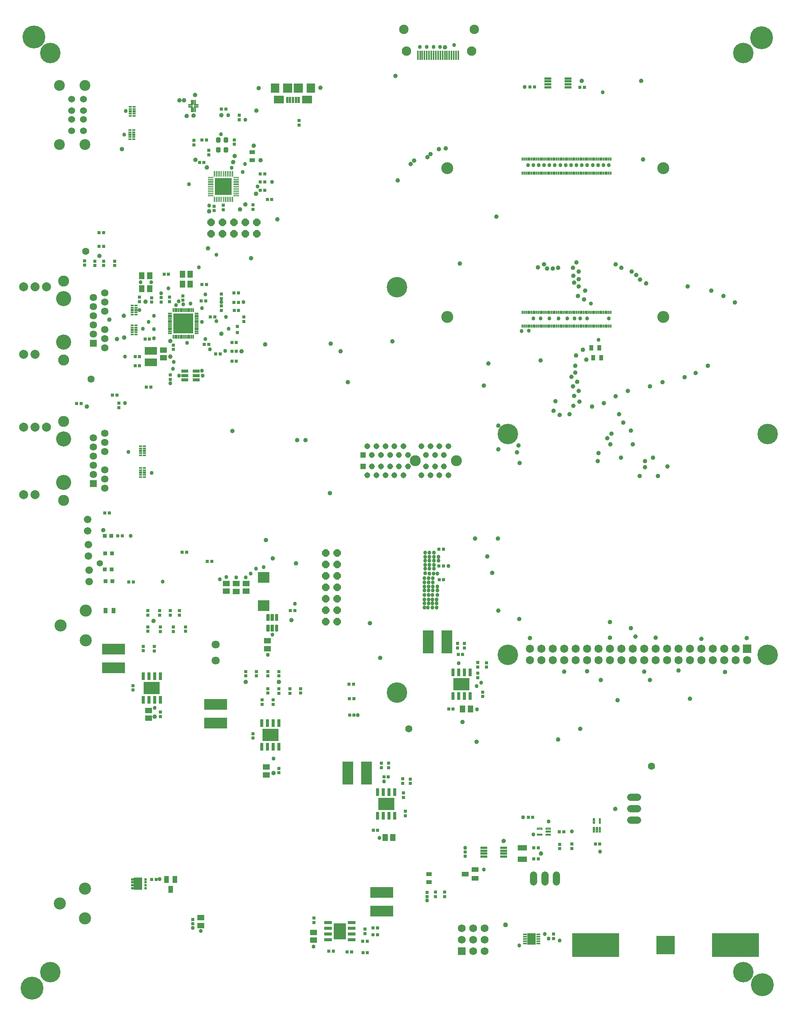
<source format=gbr>
G04 EAGLE Gerber RS-274X export*
G75*
%MOMM*%
%FSLAX34Y34*%
%LPD*%
%INSoldermask Top*%
%IPPOS*%
%AMOC8*
5,1,8,0,0,1.08239X$1,22.5*%
G01*
%ADD10R,4.101600X4.101600*%
%ADD11R,5.301600X5.301600*%
%ADD12R,1.566900X1.266200*%
%ADD13R,0.661600X0.730700*%
%ADD14R,0.730700X0.661600*%
%ADD15R,2.551600X2.401600*%
%ADD16R,1.266200X1.566900*%
%ADD17R,1.501600X1.101600*%
%ADD18R,1.101600X1.501600*%
%ADD19R,1.301600X0.901600*%
%ADD20C,1.529600*%
%ADD21C,2.401600*%
%ADD22C,2.692400*%
%ADD23R,1.631600X1.631600*%
%ADD24C,1.631600*%
%ADD25C,2.006600*%
%ADD26C,2.456600*%
%ADD27C,3.352800*%
%ADD28C,1.625600*%
%ADD29P,1.759533X8X112.500000*%
%ADD30R,1.826600X1.826600*%
%ADD31C,1.826600*%
%ADD32R,0.401600X2.001600*%
%ADD33C,2.096600*%
%ADD34R,1.309600X1.309600*%
%ADD35C,1.309600*%
%ADD36C,2.451600*%
%ADD37P,1.759533X8X22.500000*%
%ADD38R,2.451600X5.201600*%
%ADD39R,5.201600X2.451600*%
%ADD40R,0.901600X0.901600*%
%ADD41R,0.745600X0.636700*%
%ADD42R,0.636700X0.745600*%
%ADD43R,0.705000X0.340000*%
%ADD44R,0.705000X0.540000*%
%ADD45C,0.200637*%
%ADD46C,0.119325*%
%ADD47R,3.801600X3.801600*%
%ADD48R,1.001600X0.301600*%
%ADD49R,0.301600X1.001600*%
%ADD50R,1.681600X0.690700*%
%ADD51R,2.714600X3.603600*%
%ADD52R,1.501600X0.701600*%
%ADD53R,0.901600X0.401600*%
%ADD54R,1.851600X2.601600*%
%ADD55R,0.690700X1.681600*%
%ADD56R,3.603600X2.714600*%
%ADD57C,0.252575*%
%ADD58C,0.616509*%
%ADD59R,1.301600X1.501600*%
%ADD60C,4.546600*%
%ADD61R,0.501600X1.451600*%
%ADD62R,1.901600X2.001600*%
%ADD63R,2.201600X1.701600*%
%ADD64R,2.001600X2.001600*%
%ADD65R,1.751600X1.751600*%
%ADD66C,1.751600*%
%ADD67R,0.601600X0.571600*%
%ADD68R,0.651600X0.571600*%
%ADD69R,1.951600X2.801600*%
%ADD70R,0.301600X0.801600*%
%ADD71C,2.651600*%
%ADD72R,1.551600X0.551600*%
%ADD73R,0.951600X0.301600*%
%ADD74R,0.301600X0.951600*%
%ADD75R,4.501600X4.501600*%
%ADD76R,2.701600X1.801600*%
%ADD77R,0.801600X0.751600*%
%ADD78R,0.901600X1.301600*%
%ADD79R,2.001600X1.201600*%
%ADD80C,1.676600*%
%ADD81C,1.801600*%
%ADD82C,5.080000*%
%ADD83C,0.858000*%
%ADD84C,1.008000*%
%ADD85C,1.601600*%
%ADD86C,1.108000*%
%ADD87C,0.908000*%
%ADD88C,1.401600*%


D10*
X1447000Y139700D03*
D11*
X1576500Y139700D03*
X1317500Y139700D03*
X1265500Y139700D03*
X1628500Y139700D03*
D12*
X562500Y814954D03*
X562500Y797446D03*
D13*
X995846Y784500D03*
X986154Y784500D03*
X830646Y513500D03*
X820954Y513500D03*
D14*
X985000Y809246D03*
X985000Y799554D03*
X815000Y543446D03*
X815000Y533754D03*
X1049000Y766646D03*
X1049000Y756954D03*
X880000Y508446D03*
X880000Y498754D03*
D13*
X943554Y981500D03*
X953246Y981500D03*
X744754Y650500D03*
X754446Y650500D03*
X943954Y950500D03*
X953646Y950500D03*
D14*
X232000Y1332854D03*
X232000Y1342546D03*
D13*
X1291154Y364500D03*
X1300846Y364500D03*
X943354Y1018500D03*
X953046Y1018500D03*
X744554Y686500D03*
X754246Y686500D03*
D15*
X553700Y893500D03*
X553700Y955500D03*
D13*
X743754Y718500D03*
X753446Y718500D03*
D12*
X514500Y925046D03*
X514500Y942554D03*
X493000Y924846D03*
X493000Y942354D03*
X471000Y925046D03*
X471000Y942554D03*
D14*
X1002000Y336854D03*
X1002000Y346546D03*
D13*
X1151646Y423000D03*
X1141954Y423000D03*
X1155646Y2045000D03*
X1145954Y2045000D03*
D14*
X1212000Y353854D03*
X1212000Y363546D03*
D16*
X300754Y1626000D03*
X283246Y1626000D03*
X300554Y1597000D03*
X283046Y1597000D03*
D13*
X493246Y1435600D03*
X483554Y1435600D03*
X493146Y1458000D03*
X483454Y1458000D03*
X492946Y1477500D03*
X483254Y1477500D03*
X488054Y1587500D03*
X497746Y1587500D03*
X488554Y1548500D03*
X498246Y1548500D03*
X488054Y1566500D03*
X497746Y1566500D03*
X426446Y1927000D03*
X416754Y1927000D03*
D16*
X995646Y663500D03*
X1013154Y663500D03*
D14*
X488400Y1917554D03*
X488400Y1927246D03*
D12*
X665000Y167954D03*
X665000Y150446D03*
D13*
X698954Y126000D03*
X708646Y126000D03*
D14*
X665500Y199446D03*
X665500Y189754D03*
X396500Y196446D03*
X396500Y186754D03*
D12*
X414000Y200554D03*
X414000Y183046D03*
D14*
X779000Y165554D03*
X779000Y175246D03*
D13*
X806646Y178000D03*
X796954Y178000D03*
D16*
X841154Y378500D03*
X823646Y378500D03*
D13*
X784246Y123000D03*
X774554Y123000D03*
D14*
X956000Y257246D03*
X956000Y247554D03*
X936000Y257046D03*
X936000Y247354D03*
X917000Y256846D03*
X917000Y247154D03*
D13*
X426646Y1606000D03*
X416954Y1606000D03*
X342446Y1629000D03*
X332754Y1629000D03*
D14*
X155500Y1649054D03*
X155500Y1658746D03*
X1041000Y691754D03*
X1041000Y701446D03*
X869000Y426854D03*
X869000Y436546D03*
D13*
X964854Y664000D03*
X974546Y664000D03*
X797354Y395000D03*
X807046Y395000D03*
D17*
X1023900Y288000D03*
X1023900Y307000D03*
X1001900Y297500D03*
D18*
X356900Y285500D03*
X337900Y285500D03*
X347400Y263500D03*
D19*
X921000Y279200D03*
X921000Y297200D03*
D20*
X153600Y2017600D03*
X153600Y1992600D03*
X153600Y1972600D03*
X153600Y1947600D03*
X127400Y2017600D03*
X127400Y1992600D03*
X127400Y1972600D03*
X127400Y1947600D03*
D21*
X157100Y2048300D03*
X100300Y2048300D03*
X157100Y1916900D03*
X100300Y1916900D03*
D22*
X156800Y265220D03*
X100920Y232200D03*
X156800Y199180D03*
D23*
X175040Y1475400D03*
D24*
X175040Y1495720D03*
X175040Y1516040D03*
X175040Y1536360D03*
X175040Y1556680D03*
X175040Y1577000D03*
X200440Y1465240D03*
X200440Y1485560D03*
X200440Y1505880D03*
X200440Y1546520D03*
X200440Y1566840D03*
X200440Y1587160D03*
D25*
X45500Y1451016D03*
X20100Y1451016D03*
X70900Y1601384D03*
X45500Y1601384D03*
X20100Y1601384D03*
D26*
X109000Y1438316D03*
X109000Y1614084D03*
D27*
X109000Y1477940D03*
X109000Y1574460D03*
D28*
X1369280Y417400D02*
X1384520Y417400D01*
X1384520Y442800D02*
X1369280Y442800D01*
X1369280Y468200D02*
X1384520Y468200D01*
D29*
X717100Y857900D03*
X691700Y857900D03*
X717100Y883300D03*
X691700Y883300D03*
X717100Y908700D03*
X691700Y908700D03*
X717100Y934100D03*
X691700Y934100D03*
X717100Y959500D03*
X691700Y959500D03*
X717100Y984900D03*
X691700Y984900D03*
X717100Y1010300D03*
X691700Y1010300D03*
D23*
X175640Y1163900D03*
D24*
X175640Y1184220D03*
X175640Y1204540D03*
X175640Y1224860D03*
X175640Y1245180D03*
X175640Y1265500D03*
X201040Y1153740D03*
X201040Y1174060D03*
X201040Y1194380D03*
X201040Y1235020D03*
X201040Y1255340D03*
X201040Y1275660D03*
D25*
X46100Y1139516D03*
X20700Y1139516D03*
X71500Y1289884D03*
X46100Y1289884D03*
X20700Y1289884D03*
D26*
X109600Y1126816D03*
X109600Y1302584D03*
D27*
X109600Y1166440D03*
X109600Y1262960D03*
D30*
X1628200Y797500D03*
D31*
X1628200Y772100D03*
X1602800Y797500D03*
X1602800Y772100D03*
X1577400Y797500D03*
X1577400Y772100D03*
X1552000Y797500D03*
X1552000Y772100D03*
X1526600Y797500D03*
X1526600Y772100D03*
X1501200Y797500D03*
X1501200Y772100D03*
X1475800Y797500D03*
X1475800Y772100D03*
X1450400Y797500D03*
X1450400Y772100D03*
X1425000Y797500D03*
X1425000Y772100D03*
X1399600Y797500D03*
X1399600Y772100D03*
X1374200Y797500D03*
X1374200Y772100D03*
X1348800Y797500D03*
X1348800Y772100D03*
X1323400Y797500D03*
X1323400Y772100D03*
X1298000Y797500D03*
X1298000Y772100D03*
X1272600Y797500D03*
X1272600Y772100D03*
X1247200Y797500D03*
X1247200Y772100D03*
X1221800Y797500D03*
X1221800Y772100D03*
X1196400Y797500D03*
X1196400Y772100D03*
X1171000Y797500D03*
X1171000Y772100D03*
X1145600Y797500D03*
X1145600Y772100D03*
D32*
X896400Y2115000D03*
X901400Y2115000D03*
X906400Y2115000D03*
X911400Y2115000D03*
X916400Y2115000D03*
X921400Y2115000D03*
X926400Y2115000D03*
X931400Y2115000D03*
X936400Y2115000D03*
X941400Y2115000D03*
X946400Y2115000D03*
X951400Y2115000D03*
X956400Y2115000D03*
X961400Y2115000D03*
X966400Y2115000D03*
X971400Y2115000D03*
X976400Y2115000D03*
X981400Y2115000D03*
X986400Y2115000D03*
D33*
X871400Y2124000D03*
X1016400Y2124000D03*
X1022400Y2173000D03*
X865400Y2173000D03*
D34*
X774500Y1227500D03*
D35*
X784500Y1247500D03*
X794500Y1227500D03*
X804500Y1247500D03*
X814500Y1227500D03*
X824500Y1247500D03*
X834500Y1227500D03*
X844500Y1247500D03*
X854500Y1227500D03*
X864500Y1247500D03*
X874500Y1227500D03*
X904500Y1247500D03*
X914500Y1227500D03*
X924500Y1247500D03*
X934500Y1227500D03*
X944500Y1247500D03*
X954500Y1227500D03*
X964500Y1247500D03*
D34*
X774500Y1202500D03*
D35*
X784500Y1182500D03*
X794500Y1202500D03*
X804500Y1182500D03*
X814500Y1202500D03*
X824500Y1182500D03*
X834500Y1202500D03*
X844500Y1182500D03*
X854500Y1202500D03*
X864500Y1182500D03*
X874500Y1202500D03*
X904500Y1182500D03*
X914500Y1202500D03*
X924500Y1182500D03*
X934500Y1202500D03*
X944500Y1182500D03*
X954500Y1202500D03*
X964500Y1182500D03*
D36*
X891000Y1215000D03*
X982500Y1215000D03*
D37*
X436900Y1718600D03*
X436900Y1744000D03*
X462300Y1718600D03*
X462300Y1744000D03*
X487700Y1718600D03*
X487700Y1744000D03*
X513100Y1718600D03*
X513100Y1744000D03*
X538500Y1718600D03*
X538500Y1744000D03*
D38*
X960750Y812700D03*
X919250Y812700D03*
X782750Y521700D03*
X741250Y521700D03*
D39*
X816400Y215350D03*
X816400Y256850D03*
D40*
X200600Y973700D03*
X215600Y973700D03*
X201600Y1009500D03*
X216600Y1009500D03*
D41*
X1000300Y809275D03*
X1000300Y799125D03*
X831300Y543775D03*
X831300Y533625D03*
X1029700Y756725D03*
X1029700Y766875D03*
X1029500Y733325D03*
X1029500Y743475D03*
X862500Y498825D03*
X862500Y508975D03*
X864500Y467325D03*
X864500Y477475D03*
D42*
X623475Y882500D03*
X613325Y882500D03*
X438275Y991900D03*
X428125Y991900D03*
X383075Y1011500D03*
X372925Y1011500D03*
D41*
X1238500Y353525D03*
X1238500Y363675D03*
D42*
X1210725Y391500D03*
X1220875Y391500D03*
X556575Y1851700D03*
X546425Y1851700D03*
X556675Y1833500D03*
X546525Y1833500D03*
X556475Y1815500D03*
X546325Y1815500D03*
D41*
X632500Y1959925D03*
X632500Y1970075D03*
D42*
X460125Y1995500D03*
X470275Y1995500D03*
D41*
X398500Y1926275D03*
X398500Y1916125D03*
X499500Y1982075D03*
X499500Y1971925D03*
D42*
X314675Y285500D03*
X304525Y285500D03*
X807175Y162500D03*
X797025Y162500D03*
X773925Y148500D03*
X784075Y148500D03*
X739325Y124500D03*
X749475Y124500D03*
X198075Y1691000D03*
X187925Y1691000D03*
X200525Y1099000D03*
X210675Y1099000D03*
X217725Y1361000D03*
X227875Y1361000D03*
X137925Y1342000D03*
X148075Y1342000D03*
X1256125Y2044000D03*
X1266275Y2044000D03*
D41*
X1198000Y154025D03*
X1198000Y164175D03*
D43*
X288775Y1227000D03*
X288775Y1232000D03*
X288775Y1242000D03*
X288775Y1247000D03*
X280425Y1227000D03*
X280425Y1232000D03*
X280425Y1242000D03*
X280425Y1247000D03*
D44*
X288775Y1237000D03*
X280425Y1237000D03*
D45*
X1180745Y386505D02*
X1191655Y386505D01*
X1191655Y383495D01*
X1180745Y383495D01*
X1180745Y386505D01*
X1180745Y385401D02*
X1191655Y385401D01*
X1191655Y393005D02*
X1180745Y393005D01*
X1191655Y393005D02*
X1191655Y389995D01*
X1180745Y389995D01*
X1180745Y393005D01*
X1180745Y391901D02*
X1191655Y391901D01*
X1191655Y399505D02*
X1180745Y399505D01*
X1191655Y399505D02*
X1191655Y396495D01*
X1180745Y396495D01*
X1180745Y399505D01*
X1180745Y398401D02*
X1191655Y398401D01*
X1172455Y399505D02*
X1161545Y399505D01*
X1172455Y399505D02*
X1172455Y396495D01*
X1161545Y396495D01*
X1161545Y399505D01*
X1161545Y398401D02*
X1172455Y398401D01*
X1172455Y386505D02*
X1161545Y386505D01*
X1172455Y386505D02*
X1172455Y383495D01*
X1161545Y383495D01*
X1161545Y386505D01*
X1161545Y385401D02*
X1172455Y385401D01*
D43*
X257425Y2000500D03*
X257425Y1995500D03*
X257425Y1985500D03*
X257425Y1980500D03*
X265775Y2000500D03*
X265775Y1995500D03*
X265775Y1985500D03*
X265775Y1980500D03*
D44*
X257425Y1990500D03*
X265775Y1990500D03*
D46*
X441262Y1845212D02*
X441262Y1842788D01*
X430438Y1842788D01*
X430438Y1845212D01*
X441262Y1845212D01*
X441262Y1843921D02*
X430438Y1843921D01*
X430438Y1845054D02*
X441262Y1845054D01*
X441262Y1840212D02*
X441262Y1837788D01*
X430438Y1837788D01*
X430438Y1840212D01*
X441262Y1840212D01*
X441262Y1838921D02*
X430438Y1838921D01*
X430438Y1840054D02*
X441262Y1840054D01*
X441262Y1835212D02*
X441262Y1832788D01*
X430438Y1832788D01*
X430438Y1835212D01*
X441262Y1835212D01*
X441262Y1833921D02*
X430438Y1833921D01*
X430438Y1835054D02*
X441262Y1835054D01*
X441262Y1830212D02*
X441262Y1827788D01*
X430438Y1827788D01*
X430438Y1830212D01*
X441262Y1830212D01*
X441262Y1828921D02*
X430438Y1828921D01*
X430438Y1830054D02*
X441262Y1830054D01*
X441262Y1825212D02*
X441262Y1822788D01*
X430438Y1822788D01*
X430438Y1825212D01*
X441262Y1825212D01*
X441262Y1823921D02*
X430438Y1823921D01*
X430438Y1825054D02*
X441262Y1825054D01*
X441262Y1820212D02*
X441262Y1817788D01*
X430438Y1817788D01*
X430438Y1820212D01*
X441262Y1820212D01*
X441262Y1818921D02*
X430438Y1818921D01*
X430438Y1820054D02*
X441262Y1820054D01*
X441262Y1815212D02*
X441262Y1812788D01*
X430438Y1812788D01*
X430438Y1815212D01*
X441262Y1815212D01*
X441262Y1813921D02*
X430438Y1813921D01*
X430438Y1815054D02*
X441262Y1815054D01*
X441262Y1810212D02*
X441262Y1807788D01*
X430438Y1807788D01*
X430438Y1810212D01*
X441262Y1810212D01*
X441262Y1808921D02*
X430438Y1808921D01*
X430438Y1810054D02*
X441262Y1810054D01*
X441262Y1805212D02*
X441262Y1802788D01*
X430438Y1802788D01*
X430438Y1805212D01*
X441262Y1805212D01*
X441262Y1803921D02*
X430438Y1803921D01*
X430438Y1805054D02*
X441262Y1805054D01*
X442788Y1801262D02*
X445212Y1801262D01*
X445212Y1790438D01*
X442788Y1790438D01*
X442788Y1801262D01*
X442788Y1791571D02*
X445212Y1791571D01*
X445212Y1792704D02*
X442788Y1792704D01*
X442788Y1793837D02*
X445212Y1793837D01*
X445212Y1794970D02*
X442788Y1794970D01*
X442788Y1796103D02*
X445212Y1796103D01*
X445212Y1797236D02*
X442788Y1797236D01*
X442788Y1798369D02*
X445212Y1798369D01*
X445212Y1799502D02*
X442788Y1799502D01*
X442788Y1800635D02*
X445212Y1800635D01*
X447788Y1801262D02*
X450212Y1801262D01*
X450212Y1790438D01*
X447788Y1790438D01*
X447788Y1801262D01*
X447788Y1791571D02*
X450212Y1791571D01*
X450212Y1792704D02*
X447788Y1792704D01*
X447788Y1793837D02*
X450212Y1793837D01*
X450212Y1794970D02*
X447788Y1794970D01*
X447788Y1796103D02*
X450212Y1796103D01*
X450212Y1797236D02*
X447788Y1797236D01*
X447788Y1798369D02*
X450212Y1798369D01*
X450212Y1799502D02*
X447788Y1799502D01*
X447788Y1800635D02*
X450212Y1800635D01*
X452788Y1801262D02*
X455212Y1801262D01*
X455212Y1790438D01*
X452788Y1790438D01*
X452788Y1801262D01*
X452788Y1791571D02*
X455212Y1791571D01*
X455212Y1792704D02*
X452788Y1792704D01*
X452788Y1793837D02*
X455212Y1793837D01*
X455212Y1794970D02*
X452788Y1794970D01*
X452788Y1796103D02*
X455212Y1796103D01*
X455212Y1797236D02*
X452788Y1797236D01*
X452788Y1798369D02*
X455212Y1798369D01*
X455212Y1799502D02*
X452788Y1799502D01*
X452788Y1800635D02*
X455212Y1800635D01*
X457788Y1801262D02*
X460212Y1801262D01*
X460212Y1790438D01*
X457788Y1790438D01*
X457788Y1801262D01*
X457788Y1791571D02*
X460212Y1791571D01*
X460212Y1792704D02*
X457788Y1792704D01*
X457788Y1793837D02*
X460212Y1793837D01*
X460212Y1794970D02*
X457788Y1794970D01*
X457788Y1796103D02*
X460212Y1796103D01*
X460212Y1797236D02*
X457788Y1797236D01*
X457788Y1798369D02*
X460212Y1798369D01*
X460212Y1799502D02*
X457788Y1799502D01*
X457788Y1800635D02*
X460212Y1800635D01*
X462788Y1801262D02*
X465212Y1801262D01*
X465212Y1790438D01*
X462788Y1790438D01*
X462788Y1801262D01*
X462788Y1791571D02*
X465212Y1791571D01*
X465212Y1792704D02*
X462788Y1792704D01*
X462788Y1793837D02*
X465212Y1793837D01*
X465212Y1794970D02*
X462788Y1794970D01*
X462788Y1796103D02*
X465212Y1796103D01*
X465212Y1797236D02*
X462788Y1797236D01*
X462788Y1798369D02*
X465212Y1798369D01*
X465212Y1799502D02*
X462788Y1799502D01*
X462788Y1800635D02*
X465212Y1800635D01*
X467788Y1801262D02*
X470212Y1801262D01*
X470212Y1790438D01*
X467788Y1790438D01*
X467788Y1801262D01*
X467788Y1791571D02*
X470212Y1791571D01*
X470212Y1792704D02*
X467788Y1792704D01*
X467788Y1793837D02*
X470212Y1793837D01*
X470212Y1794970D02*
X467788Y1794970D01*
X467788Y1796103D02*
X470212Y1796103D01*
X470212Y1797236D02*
X467788Y1797236D01*
X467788Y1798369D02*
X470212Y1798369D01*
X470212Y1799502D02*
X467788Y1799502D01*
X467788Y1800635D02*
X470212Y1800635D01*
X472788Y1801262D02*
X475212Y1801262D01*
X475212Y1790438D01*
X472788Y1790438D01*
X472788Y1801262D01*
X472788Y1791571D02*
X475212Y1791571D01*
X475212Y1792704D02*
X472788Y1792704D01*
X472788Y1793837D02*
X475212Y1793837D01*
X475212Y1794970D02*
X472788Y1794970D01*
X472788Y1796103D02*
X475212Y1796103D01*
X475212Y1797236D02*
X472788Y1797236D01*
X472788Y1798369D02*
X475212Y1798369D01*
X475212Y1799502D02*
X472788Y1799502D01*
X472788Y1800635D02*
X475212Y1800635D01*
X477788Y1801262D02*
X480212Y1801262D01*
X480212Y1790438D01*
X477788Y1790438D01*
X477788Y1801262D01*
X477788Y1791571D02*
X480212Y1791571D01*
X480212Y1792704D02*
X477788Y1792704D01*
X477788Y1793837D02*
X480212Y1793837D01*
X480212Y1794970D02*
X477788Y1794970D01*
X477788Y1796103D02*
X480212Y1796103D01*
X480212Y1797236D02*
X477788Y1797236D01*
X477788Y1798369D02*
X480212Y1798369D01*
X480212Y1799502D02*
X477788Y1799502D01*
X477788Y1800635D02*
X480212Y1800635D01*
X482788Y1801262D02*
X485212Y1801262D01*
X485212Y1790438D01*
X482788Y1790438D01*
X482788Y1801262D01*
X482788Y1791571D02*
X485212Y1791571D01*
X485212Y1792704D02*
X482788Y1792704D01*
X482788Y1793837D02*
X485212Y1793837D01*
X485212Y1794970D02*
X482788Y1794970D01*
X482788Y1796103D02*
X485212Y1796103D01*
X485212Y1797236D02*
X482788Y1797236D01*
X482788Y1798369D02*
X485212Y1798369D01*
X485212Y1799502D02*
X482788Y1799502D01*
X482788Y1800635D02*
X485212Y1800635D01*
X486738Y1802788D02*
X486738Y1805212D01*
X497562Y1805212D01*
X497562Y1802788D01*
X486738Y1802788D01*
X486738Y1803921D02*
X497562Y1803921D01*
X497562Y1805054D02*
X486738Y1805054D01*
X486738Y1807788D02*
X486738Y1810212D01*
X497562Y1810212D01*
X497562Y1807788D01*
X486738Y1807788D01*
X486738Y1808921D02*
X497562Y1808921D01*
X497562Y1810054D02*
X486738Y1810054D01*
X486738Y1812788D02*
X486738Y1815212D01*
X497562Y1815212D01*
X497562Y1812788D01*
X486738Y1812788D01*
X486738Y1813921D02*
X497562Y1813921D01*
X497562Y1815054D02*
X486738Y1815054D01*
X486738Y1817788D02*
X486738Y1820212D01*
X497562Y1820212D01*
X497562Y1817788D01*
X486738Y1817788D01*
X486738Y1818921D02*
X497562Y1818921D01*
X497562Y1820054D02*
X486738Y1820054D01*
X486738Y1822788D02*
X486738Y1825212D01*
X497562Y1825212D01*
X497562Y1822788D01*
X486738Y1822788D01*
X486738Y1823921D02*
X497562Y1823921D01*
X497562Y1825054D02*
X486738Y1825054D01*
X486738Y1827788D02*
X486738Y1830212D01*
X497562Y1830212D01*
X497562Y1827788D01*
X486738Y1827788D01*
X486738Y1828921D02*
X497562Y1828921D01*
X497562Y1830054D02*
X486738Y1830054D01*
X486738Y1832788D02*
X486738Y1835212D01*
X497562Y1835212D01*
X497562Y1832788D01*
X486738Y1832788D01*
X486738Y1833921D02*
X497562Y1833921D01*
X497562Y1835054D02*
X486738Y1835054D01*
X486738Y1837788D02*
X486738Y1840212D01*
X497562Y1840212D01*
X497562Y1837788D01*
X486738Y1837788D01*
X486738Y1838921D02*
X497562Y1838921D01*
X497562Y1840054D02*
X486738Y1840054D01*
X486738Y1842788D02*
X486738Y1845212D01*
X497562Y1845212D01*
X497562Y1842788D01*
X486738Y1842788D01*
X486738Y1843921D02*
X497562Y1843921D01*
X497562Y1845054D02*
X486738Y1845054D01*
X485212Y1846738D02*
X482788Y1846738D01*
X482788Y1857562D01*
X485212Y1857562D01*
X485212Y1846738D01*
X485212Y1847871D02*
X482788Y1847871D01*
X482788Y1849004D02*
X485212Y1849004D01*
X485212Y1850137D02*
X482788Y1850137D01*
X482788Y1851270D02*
X485212Y1851270D01*
X485212Y1852403D02*
X482788Y1852403D01*
X482788Y1853536D02*
X485212Y1853536D01*
X485212Y1854669D02*
X482788Y1854669D01*
X482788Y1855802D02*
X485212Y1855802D01*
X485212Y1856935D02*
X482788Y1856935D01*
X480212Y1846738D02*
X477788Y1846738D01*
X477788Y1857562D01*
X480212Y1857562D01*
X480212Y1846738D01*
X480212Y1847871D02*
X477788Y1847871D01*
X477788Y1849004D02*
X480212Y1849004D01*
X480212Y1850137D02*
X477788Y1850137D01*
X477788Y1851270D02*
X480212Y1851270D01*
X480212Y1852403D02*
X477788Y1852403D01*
X477788Y1853536D02*
X480212Y1853536D01*
X480212Y1854669D02*
X477788Y1854669D01*
X477788Y1855802D02*
X480212Y1855802D01*
X480212Y1856935D02*
X477788Y1856935D01*
X475212Y1846738D02*
X472788Y1846738D01*
X472788Y1857562D01*
X475212Y1857562D01*
X475212Y1846738D01*
X475212Y1847871D02*
X472788Y1847871D01*
X472788Y1849004D02*
X475212Y1849004D01*
X475212Y1850137D02*
X472788Y1850137D01*
X472788Y1851270D02*
X475212Y1851270D01*
X475212Y1852403D02*
X472788Y1852403D01*
X472788Y1853536D02*
X475212Y1853536D01*
X475212Y1854669D02*
X472788Y1854669D01*
X472788Y1855802D02*
X475212Y1855802D01*
X475212Y1856935D02*
X472788Y1856935D01*
X470212Y1846738D02*
X467788Y1846738D01*
X467788Y1857562D01*
X470212Y1857562D01*
X470212Y1846738D01*
X470212Y1847871D02*
X467788Y1847871D01*
X467788Y1849004D02*
X470212Y1849004D01*
X470212Y1850137D02*
X467788Y1850137D01*
X467788Y1851270D02*
X470212Y1851270D01*
X470212Y1852403D02*
X467788Y1852403D01*
X467788Y1853536D02*
X470212Y1853536D01*
X470212Y1854669D02*
X467788Y1854669D01*
X467788Y1855802D02*
X470212Y1855802D01*
X470212Y1856935D02*
X467788Y1856935D01*
X465212Y1846738D02*
X462788Y1846738D01*
X462788Y1857562D01*
X465212Y1857562D01*
X465212Y1846738D01*
X465212Y1847871D02*
X462788Y1847871D01*
X462788Y1849004D02*
X465212Y1849004D01*
X465212Y1850137D02*
X462788Y1850137D01*
X462788Y1851270D02*
X465212Y1851270D01*
X465212Y1852403D02*
X462788Y1852403D01*
X462788Y1853536D02*
X465212Y1853536D01*
X465212Y1854669D02*
X462788Y1854669D01*
X462788Y1855802D02*
X465212Y1855802D01*
X465212Y1856935D02*
X462788Y1856935D01*
X460212Y1846738D02*
X457788Y1846738D01*
X457788Y1857562D01*
X460212Y1857562D01*
X460212Y1846738D01*
X460212Y1847871D02*
X457788Y1847871D01*
X457788Y1849004D02*
X460212Y1849004D01*
X460212Y1850137D02*
X457788Y1850137D01*
X457788Y1851270D02*
X460212Y1851270D01*
X460212Y1852403D02*
X457788Y1852403D01*
X457788Y1853536D02*
X460212Y1853536D01*
X460212Y1854669D02*
X457788Y1854669D01*
X457788Y1855802D02*
X460212Y1855802D01*
X460212Y1856935D02*
X457788Y1856935D01*
X455212Y1846738D02*
X452788Y1846738D01*
X452788Y1857562D01*
X455212Y1857562D01*
X455212Y1846738D01*
X455212Y1847871D02*
X452788Y1847871D01*
X452788Y1849004D02*
X455212Y1849004D01*
X455212Y1850137D02*
X452788Y1850137D01*
X452788Y1851270D02*
X455212Y1851270D01*
X455212Y1852403D02*
X452788Y1852403D01*
X452788Y1853536D02*
X455212Y1853536D01*
X455212Y1854669D02*
X452788Y1854669D01*
X452788Y1855802D02*
X455212Y1855802D01*
X455212Y1856935D02*
X452788Y1856935D01*
X450212Y1846738D02*
X447788Y1846738D01*
X447788Y1857562D01*
X450212Y1857562D01*
X450212Y1846738D01*
X450212Y1847871D02*
X447788Y1847871D01*
X447788Y1849004D02*
X450212Y1849004D01*
X450212Y1850137D02*
X447788Y1850137D01*
X447788Y1851270D02*
X450212Y1851270D01*
X450212Y1852403D02*
X447788Y1852403D01*
X447788Y1853536D02*
X450212Y1853536D01*
X450212Y1854669D02*
X447788Y1854669D01*
X447788Y1855802D02*
X450212Y1855802D01*
X450212Y1856935D02*
X447788Y1856935D01*
X445212Y1846738D02*
X442788Y1846738D01*
X442788Y1857562D01*
X445212Y1857562D01*
X445212Y1846738D01*
X445212Y1847871D02*
X442788Y1847871D01*
X442788Y1849004D02*
X445212Y1849004D01*
X445212Y1850137D02*
X442788Y1850137D01*
X442788Y1851270D02*
X445212Y1851270D01*
X445212Y1852403D02*
X442788Y1852403D01*
X442788Y1853536D02*
X445212Y1853536D01*
X445212Y1854669D02*
X442788Y1854669D01*
X442788Y1855802D02*
X445212Y1855802D01*
X445212Y1856935D02*
X442788Y1856935D01*
D47*
X464000Y1824000D03*
D48*
X403900Y2000700D03*
X403900Y2004700D03*
D49*
X401400Y2011200D03*
X397400Y2011200D03*
X393400Y2011200D03*
D48*
X390900Y2004700D03*
X390900Y2000700D03*
D49*
X393400Y1994200D03*
X397400Y1994200D03*
X401400Y1994200D03*
D50*
X696654Y189650D03*
X696654Y176950D03*
X696654Y164250D03*
X696654Y151550D03*
X749146Y151550D03*
X749146Y164250D03*
X749146Y176950D03*
X749146Y189650D03*
D51*
X722900Y170600D03*
D52*
X378900Y1413600D03*
X378900Y1404100D03*
X378900Y1394600D03*
X403900Y1394600D03*
X403900Y1404100D03*
X403900Y1413600D03*
D43*
X269775Y1539500D03*
X269775Y1544500D03*
X269775Y1554500D03*
X269775Y1559500D03*
X261425Y1539500D03*
X261425Y1544500D03*
X261425Y1554500D03*
X261425Y1559500D03*
D44*
X269775Y1549500D03*
X261425Y1549500D03*
D43*
X269775Y1495500D03*
X269775Y1500500D03*
X269775Y1510500D03*
X269775Y1515500D03*
X261425Y1495500D03*
X261425Y1500500D03*
X261425Y1510500D03*
X261425Y1515500D03*
D44*
X269775Y1505500D03*
X261425Y1505500D03*
D43*
X288775Y1178500D03*
X288775Y1183500D03*
X288775Y1193500D03*
X288775Y1198500D03*
X280425Y1178500D03*
X280425Y1183500D03*
X280425Y1193500D03*
X280425Y1198500D03*
D44*
X288775Y1188500D03*
X280425Y1188500D03*
D45*
X1289505Y401455D02*
X1289505Y390545D01*
X1286495Y390545D01*
X1286495Y401455D01*
X1289505Y401455D01*
X1289505Y392451D02*
X1286495Y392451D01*
X1286495Y394357D02*
X1289505Y394357D01*
X1289505Y396263D02*
X1286495Y396263D01*
X1286495Y398169D02*
X1289505Y398169D01*
X1289505Y400075D02*
X1286495Y400075D01*
X1296005Y401455D02*
X1296005Y390545D01*
X1292995Y390545D01*
X1292995Y401455D01*
X1296005Y401455D01*
X1296005Y392451D02*
X1292995Y392451D01*
X1292995Y394357D02*
X1296005Y394357D01*
X1296005Y396263D02*
X1292995Y396263D01*
X1292995Y398169D02*
X1296005Y398169D01*
X1296005Y400075D02*
X1292995Y400075D01*
X1302505Y401455D02*
X1302505Y390545D01*
X1299495Y390545D01*
X1299495Y401455D01*
X1302505Y401455D01*
X1302505Y392451D02*
X1299495Y392451D01*
X1299495Y394357D02*
X1302505Y394357D01*
X1302505Y396263D02*
X1299495Y396263D01*
X1299495Y398169D02*
X1302505Y398169D01*
X1302505Y400075D02*
X1299495Y400075D01*
X1302505Y409745D02*
X1302505Y420655D01*
X1302505Y409745D02*
X1299495Y409745D01*
X1299495Y420655D01*
X1302505Y420655D01*
X1302505Y411651D02*
X1299495Y411651D01*
X1299495Y413557D02*
X1302505Y413557D01*
X1302505Y415463D02*
X1299495Y415463D01*
X1299495Y417369D02*
X1302505Y417369D01*
X1302505Y419275D02*
X1299495Y419275D01*
X1289505Y420655D02*
X1289505Y409745D01*
X1286495Y409745D01*
X1286495Y420655D01*
X1289505Y420655D01*
X1289505Y411651D02*
X1286495Y411651D01*
X1286495Y413557D02*
X1289505Y413557D01*
X1289505Y415463D02*
X1286495Y415463D01*
X1286495Y417369D02*
X1289505Y417369D01*
X1289505Y419275D02*
X1286495Y419275D01*
D53*
X1134300Y163100D03*
X1134300Y158100D03*
X1134300Y153100D03*
X1134300Y148100D03*
X1134300Y143100D03*
X1164300Y143100D03*
X1164300Y148100D03*
X1164300Y153100D03*
X1164300Y158100D03*
X1164300Y163100D03*
D54*
X1149300Y153100D03*
D55*
X974350Y692654D03*
X987050Y692654D03*
X999750Y692654D03*
X1012450Y692654D03*
X1012450Y745146D03*
X999750Y745146D03*
X987050Y745146D03*
X974350Y745146D03*
D56*
X993400Y718900D03*
D55*
X807350Y427154D03*
X820050Y427154D03*
X832750Y427154D03*
X845450Y427154D03*
X845450Y479646D03*
X832750Y479646D03*
X820050Y479646D03*
X807350Y479646D03*
D56*
X826400Y453400D03*
D57*
X565245Y837755D02*
X565245Y849745D01*
X565245Y837755D02*
X560755Y837755D01*
X560755Y849745D01*
X565245Y849745D01*
X565245Y840155D02*
X560755Y840155D01*
X560755Y842555D02*
X565245Y842555D01*
X565245Y844955D02*
X560755Y844955D01*
X560755Y847355D02*
X565245Y847355D01*
X574745Y849745D02*
X574745Y837755D01*
X570255Y837755D01*
X570255Y849745D01*
X574745Y849745D01*
X574745Y840155D02*
X570255Y840155D01*
X570255Y842555D02*
X574745Y842555D01*
X574745Y844955D02*
X570255Y844955D01*
X570255Y847355D02*
X574745Y847355D01*
X584245Y849745D02*
X584245Y837755D01*
X579755Y837755D01*
X579755Y849745D01*
X584245Y849745D01*
X584245Y840155D02*
X579755Y840155D01*
X579755Y842555D02*
X584245Y842555D01*
X584245Y844955D02*
X579755Y844955D01*
X579755Y847355D02*
X584245Y847355D01*
X584245Y861455D02*
X584245Y873445D01*
X584245Y861455D02*
X579755Y861455D01*
X579755Y873445D01*
X584245Y873445D01*
X584245Y863855D02*
X579755Y863855D01*
X579755Y866255D02*
X584245Y866255D01*
X584245Y868655D02*
X579755Y868655D01*
X579755Y871055D02*
X584245Y871055D01*
X574745Y873445D02*
X574745Y861455D01*
X570255Y861455D01*
X570255Y873445D01*
X574745Y873445D01*
X574745Y863855D02*
X570255Y863855D01*
X570255Y866255D02*
X574745Y866255D01*
X574745Y868655D02*
X570255Y868655D01*
X570255Y871055D02*
X574745Y871055D01*
X565245Y873445D02*
X565245Y861455D01*
X560755Y861455D01*
X560755Y873445D01*
X565245Y873445D01*
X565245Y863855D02*
X560755Y863855D01*
X560755Y866255D02*
X565245Y866255D01*
X565245Y868655D02*
X560755Y868655D01*
X560755Y871055D02*
X565245Y871055D01*
D58*
X471726Y1902574D02*
X471726Y1908426D01*
X471726Y1902574D02*
X467074Y1902574D01*
X467074Y1908426D01*
X471726Y1908426D01*
X471726Y1924574D02*
X471726Y1930426D01*
X471726Y1924574D02*
X467074Y1924574D01*
X467074Y1930426D01*
X471726Y1930426D01*
X454726Y1930426D02*
X454726Y1924574D01*
X450074Y1924574D01*
X450074Y1930426D01*
X454726Y1930426D01*
X454726Y1908426D02*
X454726Y1902574D01*
X450074Y1902574D01*
X450074Y1908426D01*
X454726Y1908426D01*
D59*
X373100Y1628700D03*
X373100Y1606700D03*
X390100Y1606700D03*
X390100Y1628700D03*
D55*
X285950Y683754D03*
X298650Y683754D03*
X311350Y683754D03*
X324050Y683754D03*
X324050Y736246D03*
X311350Y736246D03*
X298650Y736246D03*
X285950Y736246D03*
D56*
X305000Y710000D03*
D14*
X367000Y881846D03*
X367000Y872154D03*
X346000Y881846D03*
X346000Y872154D03*
X323000Y881846D03*
X323000Y872154D03*
X296000Y881846D03*
X296000Y872154D03*
X380000Y845846D03*
X380000Y836154D03*
X296000Y836154D03*
X296000Y845846D03*
D41*
X311000Y803075D03*
X311000Y792925D03*
D14*
X263000Y715846D03*
X263000Y706154D03*
X324000Y656846D03*
X324000Y647154D03*
D12*
X298000Y660754D03*
X298000Y643246D03*
D41*
X324000Y846075D03*
X324000Y835925D03*
D22*
X158000Y882020D03*
X102120Y849000D03*
X158000Y815980D03*
D60*
X80000Y2120000D03*
X80000Y80000D03*
X1620000Y80000D03*
X1620000Y2120000D03*
X850000Y1600000D03*
X850000Y700000D03*
D43*
X256425Y1949000D03*
X256425Y1944000D03*
X256425Y1934000D03*
X256425Y1929000D03*
X264775Y1949000D03*
X264775Y1944000D03*
X264775Y1934000D03*
X264775Y1929000D03*
D44*
X256425Y1939000D03*
X264775Y1939000D03*
D40*
X202588Y947178D03*
X217588Y947178D03*
D42*
X264421Y945768D03*
X254271Y945768D03*
D61*
X632000Y2015750D03*
X625500Y2015750D03*
X619000Y2015750D03*
X612500Y2015750D03*
X606000Y2015750D03*
D62*
X659000Y2042500D03*
X579000Y2042500D03*
D63*
X650000Y2017000D03*
X588000Y2017000D03*
D64*
X631000Y2042500D03*
X607000Y2042500D03*
D28*
X1153600Y295620D02*
X1153600Y280380D01*
X1179000Y280380D02*
X1179000Y295620D01*
X1204400Y295620D02*
X1204400Y280380D01*
D40*
X200500Y1048000D03*
X215500Y1048000D03*
D42*
X240075Y1048000D03*
X229925Y1048000D03*
D65*
X994000Y126000D03*
D66*
X994000Y151400D03*
X994000Y176800D03*
X1019400Y126000D03*
X1019400Y151400D03*
X1019400Y176800D03*
X1044800Y126000D03*
X1044800Y151400D03*
X1044800Y176800D03*
D67*
X291500Y266250D03*
X291500Y272750D03*
X291500Y279250D03*
X291500Y285750D03*
D68*
X262750Y285750D03*
X262750Y279250D03*
X262750Y272750D03*
X262750Y266250D03*
D69*
X274750Y276000D03*
D70*
X1129000Y1513600D03*
X1129000Y1544400D03*
X1133000Y1513600D03*
X1133000Y1544400D03*
X1137000Y1513600D03*
X1137000Y1544400D03*
X1141000Y1513600D03*
X1141000Y1544400D03*
X1145000Y1513600D03*
X1145000Y1544400D03*
X1149000Y1513600D03*
X1149000Y1544400D03*
X1153000Y1513600D03*
X1153000Y1544400D03*
X1157000Y1513600D03*
X1157000Y1544400D03*
X1161000Y1513600D03*
X1161000Y1544400D03*
X1165000Y1513600D03*
X1165000Y1544400D03*
X1169000Y1513600D03*
X1169000Y1544400D03*
X1173000Y1513600D03*
X1173000Y1544400D03*
X1177000Y1513600D03*
X1177000Y1544400D03*
X1181000Y1513600D03*
X1181000Y1544400D03*
X1185000Y1513600D03*
X1185000Y1544400D03*
X1189000Y1513600D03*
X1189000Y1544400D03*
X1193000Y1513600D03*
X1193000Y1544400D03*
X1197000Y1513600D03*
X1197000Y1544400D03*
X1201000Y1513600D03*
X1201000Y1544400D03*
X1205000Y1513600D03*
X1205000Y1544400D03*
X1209000Y1513600D03*
X1209000Y1544400D03*
X1213000Y1513600D03*
X1213000Y1544400D03*
X1217000Y1513600D03*
X1217000Y1544400D03*
X1221000Y1513600D03*
X1221000Y1544400D03*
X1225000Y1513600D03*
X1225000Y1544400D03*
X1229000Y1513600D03*
X1229000Y1544400D03*
X1233000Y1513600D03*
X1233000Y1544400D03*
X1237000Y1513600D03*
X1237000Y1544400D03*
X1241000Y1513600D03*
X1241000Y1544400D03*
X1245000Y1513600D03*
X1245000Y1544400D03*
X1249000Y1513600D03*
X1249000Y1544400D03*
X1253000Y1513600D03*
X1253000Y1544400D03*
X1257000Y1513600D03*
X1257000Y1544400D03*
X1261000Y1513600D03*
X1261000Y1544400D03*
X1265000Y1513600D03*
X1265000Y1544400D03*
X1269000Y1513600D03*
X1269000Y1544400D03*
X1273000Y1513600D03*
X1273000Y1544400D03*
X1277000Y1513600D03*
X1277000Y1544400D03*
X1281000Y1513600D03*
X1281000Y1544400D03*
X1285000Y1513600D03*
X1285000Y1544400D03*
X1289000Y1513600D03*
X1289000Y1544400D03*
X1293000Y1513600D03*
X1293000Y1544400D03*
X1297000Y1513600D03*
X1297000Y1544400D03*
X1301000Y1513600D03*
X1301000Y1544400D03*
X1305000Y1513600D03*
X1305000Y1544400D03*
X1309000Y1513600D03*
X1309000Y1544400D03*
X1313000Y1513600D03*
X1313000Y1544400D03*
X1317000Y1513600D03*
X1317000Y1544400D03*
X1321000Y1513600D03*
X1321000Y1544400D03*
X1325000Y1513600D03*
X1325000Y1544400D03*
X1129000Y1853600D03*
X1129000Y1884400D03*
X1133000Y1853600D03*
X1133000Y1884400D03*
X1137000Y1853600D03*
X1137000Y1884400D03*
X1141000Y1853600D03*
X1141000Y1884400D03*
X1145000Y1853600D03*
X1145000Y1884400D03*
X1149000Y1853600D03*
X1149000Y1884400D03*
X1153000Y1853600D03*
X1153000Y1884400D03*
X1157000Y1853600D03*
X1157000Y1884400D03*
X1161000Y1853600D03*
X1161000Y1884400D03*
X1165000Y1853600D03*
X1165000Y1884400D03*
X1169000Y1853600D03*
X1169000Y1884400D03*
X1173000Y1853600D03*
X1173000Y1884400D03*
X1177000Y1853600D03*
X1177000Y1884400D03*
X1181000Y1853600D03*
X1181000Y1884400D03*
X1185000Y1853600D03*
X1185000Y1884400D03*
X1189000Y1853600D03*
X1189000Y1884400D03*
X1193000Y1853600D03*
X1193000Y1884400D03*
X1197000Y1853600D03*
X1197000Y1884400D03*
X1201000Y1853600D03*
X1201000Y1884400D03*
X1205000Y1853600D03*
X1205000Y1884400D03*
X1209000Y1853600D03*
X1209000Y1884400D03*
X1213000Y1853600D03*
X1213000Y1884400D03*
X1217000Y1853600D03*
X1217000Y1884400D03*
X1221000Y1853600D03*
X1221000Y1884400D03*
X1225000Y1853600D03*
X1225000Y1884400D03*
X1229000Y1853600D03*
X1229000Y1884400D03*
X1233000Y1853600D03*
X1233000Y1884400D03*
X1237000Y1853600D03*
X1237000Y1884400D03*
X1241000Y1853600D03*
X1241000Y1884400D03*
X1245000Y1853600D03*
X1245000Y1884400D03*
X1249000Y1853600D03*
X1249000Y1884400D03*
X1253000Y1853600D03*
X1253000Y1884400D03*
X1257000Y1853600D03*
X1257000Y1884400D03*
X1261000Y1853600D03*
X1261000Y1884400D03*
X1265000Y1853600D03*
X1265000Y1884400D03*
X1269000Y1853600D03*
X1269000Y1884400D03*
X1273000Y1853600D03*
X1273000Y1884400D03*
X1277000Y1853600D03*
X1277000Y1884400D03*
X1281000Y1853600D03*
X1281000Y1884400D03*
X1285000Y1853600D03*
X1285000Y1884400D03*
X1289000Y1853600D03*
X1289000Y1884400D03*
X1293000Y1853600D03*
X1293000Y1884400D03*
X1297000Y1853600D03*
X1297000Y1884400D03*
X1301000Y1853600D03*
X1301000Y1884400D03*
X1305000Y1853600D03*
X1305000Y1884400D03*
X1309000Y1853600D03*
X1309000Y1884400D03*
X1313000Y1853600D03*
X1313000Y1884400D03*
X1317000Y1853600D03*
X1317000Y1884400D03*
X1321000Y1853600D03*
X1321000Y1884400D03*
X1325000Y1853600D03*
X1325000Y1884400D03*
D71*
X1442000Y1864000D03*
X1442000Y1534000D03*
X962000Y1534000D03*
X962000Y1864000D03*
D72*
X1087250Y336250D03*
X1087250Y342750D03*
X1087250Y349250D03*
X1087250Y355750D03*
X1042750Y355750D03*
X1042750Y349250D03*
X1042750Y342750D03*
X1042750Y336250D03*
D42*
X303075Y1378000D03*
X292925Y1378000D03*
X198075Y1721000D03*
X187925Y1721000D03*
D73*
X345500Y1542000D03*
X345500Y1538000D03*
X345500Y1534000D03*
X345500Y1530000D03*
X345500Y1526000D03*
X345500Y1522000D03*
X345500Y1518000D03*
X345500Y1514000D03*
X345500Y1510000D03*
X345500Y1506000D03*
X345500Y1502000D03*
X345500Y1498000D03*
D74*
X353000Y1490500D03*
X357000Y1490500D03*
X361000Y1490500D03*
X365000Y1490500D03*
X369000Y1490500D03*
X373000Y1490500D03*
X377000Y1490500D03*
X381000Y1490500D03*
X385000Y1490500D03*
X389000Y1490500D03*
X393000Y1490500D03*
X397000Y1490500D03*
D73*
X404500Y1498000D03*
X404500Y1502000D03*
X404500Y1506000D03*
X404500Y1510000D03*
X404500Y1514000D03*
X404500Y1518000D03*
X404500Y1522000D03*
X404500Y1526000D03*
X404500Y1530000D03*
X404500Y1534000D03*
X404500Y1538000D03*
X404500Y1542000D03*
D74*
X397000Y1549500D03*
X393000Y1549500D03*
X389000Y1549500D03*
X385000Y1549500D03*
X381000Y1549500D03*
X377000Y1549500D03*
X373000Y1549500D03*
X369000Y1549500D03*
X365000Y1549500D03*
X361000Y1549500D03*
X357000Y1549500D03*
X353000Y1549500D03*
D75*
X375000Y1520000D03*
D42*
X432075Y1473000D03*
X421925Y1473000D03*
D41*
X460000Y1559075D03*
X460000Y1548925D03*
D42*
X414925Y1570000D03*
X425075Y1570000D03*
X445075Y1534000D03*
X434925Y1534000D03*
D41*
X326000Y1566925D03*
X326000Y1577075D03*
D14*
X305000Y1567154D03*
X305000Y1576846D03*
D42*
X457075Y1452000D03*
X446925Y1452000D03*
D14*
X345000Y1568154D03*
X345000Y1577846D03*
X460000Y1575154D03*
X460000Y1584846D03*
D76*
X303000Y1433500D03*
X303000Y1458500D03*
D13*
X277846Y1426000D03*
X268154Y1426000D03*
X277846Y1446000D03*
X268154Y1446000D03*
D77*
X495000Y1499250D03*
X495000Y1512750D03*
D14*
X510000Y1533846D03*
X510000Y1524154D03*
D41*
X346000Y1405075D03*
X346000Y1394925D03*
D78*
X1282000Y1466000D03*
X1300000Y1466000D03*
X1286000Y1444000D03*
X1304000Y1444000D03*
D14*
X432000Y1903846D03*
X432000Y1894154D03*
X464000Y1772154D03*
X464000Y1781846D03*
X179000Y1648154D03*
X179000Y1657846D03*
X198000Y1648154D03*
X198000Y1657846D03*
X223000Y1648154D03*
X223000Y1657846D03*
X353000Y1471846D03*
X353000Y1462154D03*
D12*
X331000Y1460754D03*
X331000Y1443246D03*
D14*
X278000Y1568154D03*
X278000Y1577846D03*
D13*
X299846Y1485000D03*
X290154Y1485000D03*
D14*
X374000Y1571154D03*
X374000Y1580846D03*
D19*
X528000Y1900000D03*
X528000Y1882000D03*
D14*
X444000Y1779846D03*
X444000Y1770154D03*
D13*
X420846Y1877000D03*
X411154Y1877000D03*
D14*
X530000Y1773154D03*
X530000Y1782846D03*
D13*
X571846Y1795000D03*
X562154Y1795000D03*
D79*
X1129000Y355500D03*
X1129000Y330500D03*
D72*
X1230250Y2044250D03*
X1230250Y2050750D03*
X1230250Y2057250D03*
X1230250Y2063750D03*
X1185750Y2063750D03*
X1185750Y2057250D03*
X1185750Y2050750D03*
X1185750Y2044250D03*
D60*
X1674000Y784000D03*
X1674000Y1274000D03*
X1096600Y1274000D03*
X1096600Y784000D03*
D80*
X164000Y1003300D03*
X164000Y1028700D03*
X166000Y946300D03*
X166000Y971700D03*
X163000Y1059300D03*
X163000Y1084700D03*
D13*
X1154154Y331000D03*
X1163846Y331000D03*
X1154154Y356000D03*
X1163846Y356000D03*
D39*
X220000Y755250D03*
X220000Y796750D03*
D41*
X353000Y835925D03*
X353000Y846075D03*
D14*
X286000Y802846D03*
X286000Y793154D03*
D78*
X220000Y882000D03*
X202000Y882000D03*
D55*
X549950Y579754D03*
X562650Y579754D03*
X575350Y579754D03*
X588050Y579754D03*
X588050Y632246D03*
X575350Y632246D03*
X562650Y632246D03*
X549950Y632246D03*
D56*
X569000Y606000D03*
D39*
X447000Y632250D03*
X447000Y673750D03*
D14*
X563000Y746846D03*
X563000Y737154D03*
X588000Y746846D03*
X588000Y737154D03*
X538000Y746846D03*
X538000Y737154D03*
X514000Y746846D03*
X514000Y737154D03*
X636000Y708846D03*
X636000Y699154D03*
X563000Y699154D03*
X563000Y708846D03*
D41*
X612000Y698925D03*
X612000Y709075D03*
X575000Y684075D03*
X575000Y673925D03*
D14*
X550000Y683846D03*
X550000Y674154D03*
X530000Y608846D03*
X530000Y599154D03*
X588000Y531846D03*
X588000Y522154D03*
D12*
X560000Y534754D03*
X560000Y517246D03*
D41*
X588000Y709075D03*
X588000Y698925D03*
D81*
X447000Y771500D03*
X447000Y806500D03*
D82*
X43000Y2156000D03*
X1660000Y2154000D03*
X1662000Y52000D03*
X39000Y44000D03*
D83*
X306000Y710000D03*
X329654Y946232D03*
X987000Y765000D03*
X982000Y712000D03*
X982000Y726000D03*
X1006000Y712000D03*
X1007000Y726000D03*
X1027000Y715000D03*
X763000Y650000D03*
X815000Y446000D03*
X814000Y462000D03*
X837000Y446000D03*
X839000Y462000D03*
X665000Y136000D03*
X716000Y182000D03*
X730000Y183000D03*
X715000Y159000D03*
X730000Y158000D03*
X917000Y239000D03*
X1037000Y722000D03*
X323000Y286000D03*
X396300Y178200D03*
X414000Y171000D03*
X1122000Y139000D03*
X1134000Y2045000D03*
X901000Y2134000D03*
X916000Y2134000D03*
X931000Y2134000D03*
X946000Y2134000D03*
X977062Y2138000D03*
X1432500Y154800D03*
X1442500Y154800D03*
X1451500Y154800D03*
X1461500Y154800D03*
X1433500Y133800D03*
X1432500Y143800D03*
X1442500Y143800D03*
X1451500Y143800D03*
X1461500Y144800D03*
X1462500Y134800D03*
X1447500Y134800D03*
X1437500Y124800D03*
X1447500Y124800D03*
X1459500Y124800D03*
X554000Y979000D03*
X563000Y784000D03*
X573000Y829000D03*
X623500Y897500D03*
X514000Y956000D03*
X537000Y975000D03*
X493000Y956000D03*
X525000Y964000D03*
X471000Y957000D03*
X253614Y1234431D03*
X305000Y1188000D03*
X246000Y1343000D03*
X1002000Y356000D03*
X453000Y1836000D03*
X464000Y1836000D03*
X476000Y1836000D03*
X452000Y1825000D03*
X452000Y1813000D03*
X464000Y1812000D03*
X476000Y1813000D03*
X464000Y1825000D03*
X476000Y1825000D03*
X247500Y1991287D03*
X475000Y1982000D03*
X811000Y378000D03*
X1028000Y663000D03*
X285300Y1507600D03*
X366000Y1404000D03*
X410000Y1644000D03*
X342000Y1598000D03*
X424500Y1584500D03*
X346000Y1387000D03*
X470000Y1534000D03*
X326000Y1587000D03*
X1301000Y347000D03*
X1130000Y423000D03*
X1187000Y414000D03*
X1321000Y1871000D03*
X1309000Y1871000D03*
X1297000Y1871000D03*
X1285000Y1871000D03*
X1273000Y1871000D03*
X1261000Y1871000D03*
X1249000Y1871000D03*
X1237000Y1871000D03*
X1225000Y1871000D03*
X1213000Y1871000D03*
X1201000Y1871000D03*
X1189000Y1871000D03*
X1177000Y1871000D03*
X1165000Y1871000D03*
X1153000Y1871000D03*
X1141000Y1871000D03*
X1321000Y1531000D03*
X1273000Y1531000D03*
X1257000Y1531000D03*
X1229000Y1531000D03*
X1209000Y1531000D03*
X1189000Y1531000D03*
X1169000Y1531000D03*
X1153000Y1531000D03*
X1127000Y1503000D03*
X1143000Y1504000D03*
X1245000Y1531000D03*
X572000Y1834000D03*
X293000Y716000D03*
X317000Y717000D03*
X294000Y702000D03*
X317000Y702000D03*
X359000Y1537000D03*
X359000Y1527000D03*
X359000Y1517000D03*
X359000Y1507000D03*
X370000Y1507000D03*
X370000Y1517000D03*
X369000Y1527000D03*
X369000Y1537000D03*
X380000Y1537000D03*
X380000Y1527000D03*
X380000Y1517000D03*
X380000Y1507000D03*
X391000Y1537000D03*
X391000Y1527000D03*
X391000Y1517000D03*
X391000Y1507000D03*
X243689Y1939213D03*
X246000Y1446000D03*
X468000Y1459000D03*
X509000Y1567000D03*
X280000Y1611000D03*
X964000Y981000D03*
X821000Y503000D03*
X1145000Y161000D03*
X1145000Y152000D03*
X1153000Y157000D03*
X1153000Y145000D03*
D84*
X1146000Y821000D03*
X1222000Y747000D03*
X1273000Y748000D03*
X1400000Y747000D03*
X1579000Y746000D03*
X1527000Y820000D03*
X1323000Y822000D03*
X1263000Y1461000D03*
X1476000Y749000D03*
X309000Y859000D03*
X501000Y1773000D03*
X189000Y1670000D03*
X346000Y1446000D03*
X433000Y1769000D03*
X402000Y1883000D03*
D83*
X277652Y1549500D03*
X459000Y1940000D03*
D84*
X1261000Y2058000D03*
X847000Y2069000D03*
X1393000Y2058000D03*
X239000Y1907000D03*
X401000Y2027000D03*
X383000Y1980000D03*
X1087000Y371000D03*
X1170000Y343000D03*
X543000Y2042000D03*
X680000Y2043000D03*
X588000Y724000D03*
X559000Y611000D03*
X577000Y611000D03*
X576000Y522000D03*
X514000Y724000D03*
X312000Y647000D03*
X990000Y1653000D03*
X1042917Y1382083D03*
X197000Y1061000D03*
X161000Y1335000D03*
D83*
X311500Y666500D03*
D84*
X1234000Y1318000D03*
X1212000Y1317000D03*
X484000Y1281000D03*
X741000Y1389000D03*
X1242000Y1337000D03*
X1284000Y1335000D03*
X1310000Y1343000D03*
X1256000Y1346000D03*
X1244000Y1359000D03*
X1336000Y1358000D03*
X1254000Y1370000D03*
X1363000Y1370000D03*
X1241000Y1380000D03*
X1412000Y1380000D03*
X1251000Y1390000D03*
X1440000Y1389000D03*
X1246000Y1411000D03*
X1514000Y1410000D03*
X1246000Y1426000D03*
X1541000Y1426000D03*
X1298000Y1232000D03*
X1122000Y864000D03*
X1123000Y1210000D03*
X1303000Y728502D03*
X1412000Y728502D03*
X1317802Y1265000D03*
X626000Y987000D03*
X1075498Y882000D03*
X1117000Y1234000D03*
X1327000Y1275000D03*
X1075498Y1240000D03*
X1074498Y1042000D03*
X1024000Y1042000D03*
X840000Y1480000D03*
X703000Y1475000D03*
X557000Y1473000D03*
X559000Y1039000D03*
X647000Y1261000D03*
X628000Y1261000D03*
X1169000Y1438000D03*
X1163000Y1644000D03*
X1198000Y1326000D03*
X1177000Y1651000D03*
X1183802Y1642000D03*
X1202000Y1347000D03*
X1196000Y1642000D03*
X1248000Y1449000D03*
X1271000Y1439000D03*
X1208000Y1643000D03*
D83*
X576000Y554000D03*
D84*
X1249000Y1655000D03*
X1336000Y1651000D03*
X1401000Y1214000D03*
X1296000Y1214000D03*
X1241000Y1643000D03*
X1349000Y1643000D03*
X1418802Y1222000D03*
X1348270Y1222000D03*
X1254000Y1635000D03*
X1372000Y1635000D03*
X1430000Y1181000D03*
X1389200Y1181000D03*
X1242000Y1626000D03*
X1382000Y1627000D03*
X1451000Y1202000D03*
X1401600Y1201000D03*
X1254000Y1618000D03*
X1390000Y1617000D03*
X1244000Y1610000D03*
X1404000Y1609000D03*
X1254000Y1602000D03*
X1496000Y1602000D03*
X1268000Y1593000D03*
X1549000Y1593000D03*
X1252000Y1581000D03*
X1576000Y1581000D03*
X1266000Y1573000D03*
X1601000Y1566000D03*
X1027000Y591000D03*
X1208000Y596000D03*
X1380000Y825000D03*
X1370000Y843000D03*
X1257500Y620000D03*
X1374000Y1251000D03*
X1324000Y1251000D03*
X1323000Y857000D03*
X1340000Y683000D03*
X1369652Y1281999D03*
X1120000Y1249000D03*
X1062000Y966000D03*
X789850Y854000D03*
X1353000Y1300000D03*
X1075498Y1293000D03*
X1050498Y1002502D03*
X1344000Y1318000D03*
X725000Y1458000D03*
D83*
X1307000Y2033000D03*
D85*
X876000Y620000D03*
D86*
X1091000Y185000D03*
D83*
X1153000Y385000D03*
X1239000Y392000D03*
X1298000Y1483000D03*
D85*
X1416000Y537000D03*
D84*
X852000Y1837000D03*
X701000Y1143000D03*
X958364Y1908000D03*
X943000Y1907000D03*
X925000Y1896000D03*
X917672Y1888672D03*
X888000Y1881000D03*
X880672Y1873672D03*
X460000Y1982000D03*
X538000Y1992000D03*
X1071000Y1757000D03*
X1053000Y1431000D03*
X1397000Y1884000D03*
X957000Y2133000D03*
D83*
X911000Y917000D03*
X920000Y917000D03*
X929000Y917000D03*
X940000Y917000D03*
X911000Y927000D03*
X911000Y936000D03*
X911000Y945000D03*
X911000Y954000D03*
X920000Y927000D03*
X920000Y936000D03*
X920000Y945000D03*
X920000Y954000D03*
X930000Y927000D03*
X930000Y936000D03*
X930000Y945000D03*
X930000Y954000D03*
X940000Y927000D03*
X940000Y936000D03*
X913000Y1011000D03*
X922000Y1011000D03*
X913000Y965000D03*
X922000Y964000D03*
X931000Y964000D03*
X940000Y964000D03*
X913000Y975000D03*
X913000Y984000D03*
X913000Y993000D03*
X913000Y1002000D03*
X932000Y1011000D03*
X942000Y993000D03*
X942000Y1002000D03*
X932000Y975000D03*
X932000Y984000D03*
X932000Y993000D03*
X932000Y1002000D03*
X922000Y975000D03*
X922000Y984000D03*
X922000Y993000D03*
X922000Y1002000D03*
X911000Y907000D03*
X911000Y898000D03*
X911000Y889000D03*
X919000Y889000D03*
X920000Y898000D03*
X920000Y907000D03*
X929000Y907000D03*
X929000Y898000D03*
X929000Y889000D03*
X938000Y889000D03*
X938000Y898000D03*
X938000Y907000D03*
X1179000Y164000D03*
X540000Y1824000D03*
X507000Y1856000D03*
X417000Y1415000D03*
X384000Y1477000D03*
X434000Y1462000D03*
X391052Y1563611D03*
X417000Y1554000D03*
X358948Y1560571D03*
X460000Y1567000D03*
X1043000Y307000D03*
D87*
X1281000Y1564000D03*
D83*
X304000Y1611000D03*
D84*
X1627000Y821000D03*
X1425000Y822000D03*
X513000Y1784000D03*
X505000Y1458000D03*
X346000Y1481000D03*
X532000Y1914000D03*
X537000Y1808000D03*
D88*
X190000Y987000D03*
D84*
X398000Y1981000D03*
D83*
X1212000Y149676D03*
D84*
X1501000Y687000D03*
X1238000Y1401000D03*
X1489500Y1400500D03*
X813000Y777000D03*
X1335000Y442000D03*
D83*
X456000Y952000D03*
D84*
X526000Y1665000D03*
X574000Y998000D03*
X616000Y861000D03*
X584000Y1751000D03*
X489372Y1891729D03*
X377000Y2015000D03*
X486000Y1878000D03*
X366636Y2015000D03*
X460000Y1497000D03*
D83*
X476000Y1508000D03*
X512000Y1874000D03*
X513000Y1972000D03*
D84*
X211000Y1528000D03*
X243000Y1536636D03*
X227553Y1485447D03*
X243882Y1488118D03*
D83*
X418000Y1404000D03*
X352000Y1419000D03*
X424000Y1485000D03*
D84*
X430000Y1687000D03*
D83*
X448500Y1672500D03*
X449000Y1525000D03*
X1187000Y153912D03*
X258000Y1048000D03*
X310000Y1537000D03*
X310000Y1507000D03*
X310000Y1487000D03*
X365000Y1569000D03*
X298000Y1523000D03*
D84*
X291000Y1568000D03*
D83*
X374948Y1562000D03*
X417000Y1523000D03*
X354000Y1434000D03*
X388000Y1828787D03*
X433000Y1781000D03*
X483000Y1865166D03*
D84*
X547000Y1882000D03*
X428000Y1866000D03*
D85*
X158000Y1680000D03*
X170000Y1396000D03*
D84*
X996000Y635000D03*
M02*

</source>
